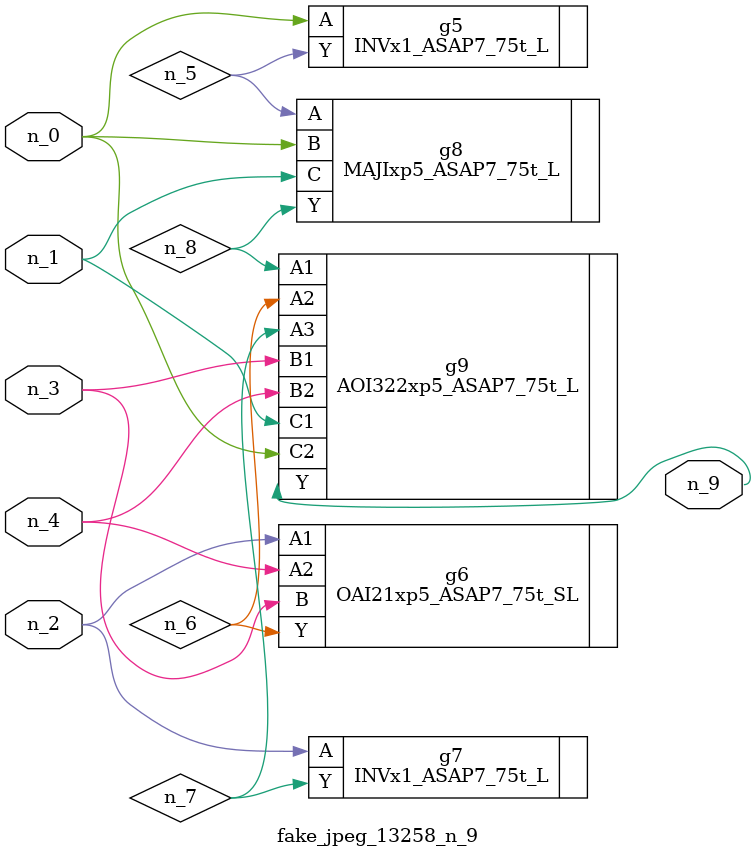
<source format=v>
module fake_jpeg_13258_n_9 (n_3, n_2, n_1, n_0, n_4, n_9);

input n_3;
input n_2;
input n_1;
input n_0;
input n_4;

output n_9;

wire n_8;
wire n_6;
wire n_5;
wire n_7;

INVx1_ASAP7_75t_L g5 ( 
.A(n_0),
.Y(n_5)
);

OAI21xp5_ASAP7_75t_SL g6 ( 
.A1(n_2),
.A2(n_4),
.B(n_3),
.Y(n_6)
);

INVx1_ASAP7_75t_L g7 ( 
.A(n_2),
.Y(n_7)
);

MAJIxp5_ASAP7_75t_L g8 ( 
.A(n_5),
.B(n_0),
.C(n_1),
.Y(n_8)
);

AOI322xp5_ASAP7_75t_L g9 ( 
.A1(n_8),
.A2(n_6),
.A3(n_7),
.B1(n_3),
.B2(n_4),
.C1(n_1),
.C2(n_0),
.Y(n_9)
);


endmodule
</source>
